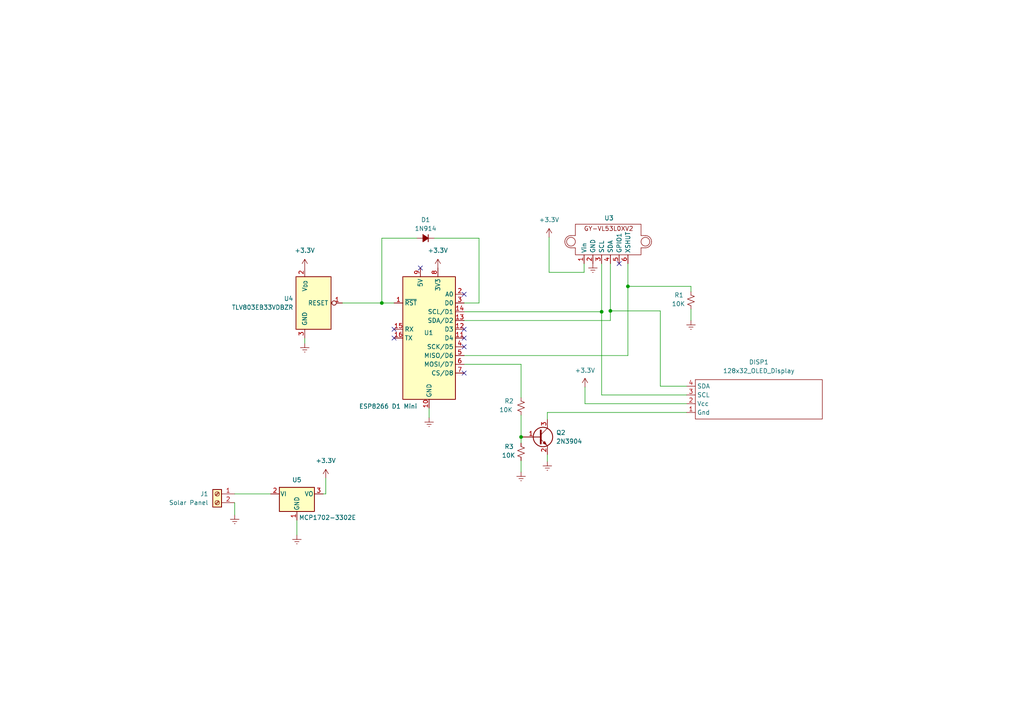
<source format=kicad_sch>
(kicad_sch (version 20231120) (generator "eeschema") (generator_version "8.0")
  (paper "A4")
  (lib_symbols
    (symbol "Connector:Screw_Terminal_01x02" (pin_names (offset 1.016) hide)
      (property "Reference" "J1" (at 2.54 0.0001 0))
      (property "Value" "Solar Panel" (at 2.54 -2.5399 0))
      (symbol "Screw_Terminal_01x02_1_1"
        (rectangle (start -1.27 1.27) (end 1.27 -3.81) (stroke (width 0.254)) (fill (type background)))
        (circle (center 0 -2.54) (radius 0.635) (stroke (width 0.1524)))
        (polyline (pts (xy -0.5334 -2.2098) (xy 0.3302 -3.048)) (stroke (width 0.1524)))
        (polyline (pts (xy -0.5334 0.3302) (xy 0.3302 -0.508)) (stroke (width 0.1524)))
        (polyline (pts (xy -0.3556 -2.032) (xy 0.508 -2.8702)) (stroke (width 0.1524)))
        (polyline (pts (xy -0.3556 0.508) (xy 0.508 -0.3302)) (stroke (width 0.1524)))
        (circle (center 0 0) (radius 0.635) (stroke (width 0.1524)))
        (pin power_out line (at -5.08 0 0) (length 3.81) (name "Pin_1") (number "1"))
        (pin passive line (at -5.08 -2.54 0) (length 3.81) (name "Pin_2") (number "2"))
      )
    )
    (symbol "Davids_Symbols:128x32_OLED_Display"
      (property "Reference" "DISP1" (at 7.62 3.81 0))
      (property "Value" "128x32_OLED_Display" (at 7.62 1.27 0))
      (symbol "128x32_OLED_Display_0_1"
        (rectangle (start 26.035 -12.7) (end -10.795 -1.27) (stroke (width 0.1524)))
      )
      (symbol "128x32_OLED_Display_1_1"
        (pin passive line (at -13.335 -10.795 0) (length 2.54) (name "Gnd") (number "1"))
        (pin power_in line (at -13.335 -8.255 0) (length 2.54) (name "Vcc") (number "2"))
        (pin input line (at -13.335 -5.715 0) (length 2.54) (name "SCL") (number "3"))
        (pin input line (at -13.335 -3.175 0) (length 2.54) (name "SDA") (number "4"))
      )
    )
    (symbol "Davids_Symbols:GY-VL53L0XV2"
      (property "Reference" "U3" (at -0.508 6.858 0))
      (symbol "GY-VL53L0XV2_0_1"
        (arc (start -11.938 0) (mid -11.4172 -1.2572) (end -10.16 -1.778))
        (circle (center -10.16 0) (radius 1.27))
        (arc (start -10.16 1.778) (mid -11.4172 1.2572) (end -11.938 0))
        (polyline (pts (xy -10.16 -1.778) (xy -8.89 -1.778)))
        (polyline (pts (xy -10.16 1.778) (xy -8.89 1.778)))
        (polyline (pts (xy 11.43 -1.778) (xy 10.16 -1.778)))
        (polyline (pts (xy 11.43 1.778) (xy 10.16 1.778)))
        (polyline (pts (xy 10.16 -1.778) (xy 10.16 -3.81) (xy -8.89 -3.81) (xy -8.89 -1.778)))
        (polyline (pts (xy 10.16 1.778) (xy 10.16 5.08) (xy -8.89 5.08) (xy -8.89 1.778)))
        (arc (start 11.43 -1.778) (mid 12.6872 -1.2572) (end 13.208 0))
        (circle (center 11.43 0) (radius 1.27))
        (arc (start 13.208 0) (mid 12.6872 1.2572) (end 11.43 1.778))
      )
      (symbol "GY-VL53L0XV2_1_1"
        (text "GY-VL53L0XV2" (at 0.762 3.81 0) (effects (font (size 1.27 1.27))))
        (pin power_in line (at -6.35 -6.35 90) (length 2.54) (name "Vin") (number "1"))
        (pin power_in line (at -3.81 -6.35 90) (length 2.54) (name "GND") (number "2"))
        (pin bidirectional line (at -1.27 -6.35 90) (length 2.54) (name "SCL") (number "3"))
        (pin bidirectional line (at 1.27 -6.35 90) (length 2.54) (name "SDA") (number "4"))
        (pin open_collector line (at 3.81 -6.35 90) (length 2.54) (name "GPIO1") (number "5"))
        (pin open_emitter line (at 6.35 -6.35 90) (length 2.54) (name "XSHUT") (number "6"))
      )
    )
    (symbol "Davids_Symbols:MMBT3904-7-F_SOT-23" (pin_names (offset 0) hide)
      (property "Reference" "Q" (at 5.08 1.905 0))
      (property "Value" "MMBT3904-7-F_SOT-23" (at 5.08 0 0))
      (symbol "MMBT3904-7-F_SOT-23_0_1"
        (polyline (pts (xy 0.635 0.635) (xy 2.54 2.54)))
        (polyline (pts (xy 0.635 -0.635) (xy 2.54 -2.54) (xy 2.54 -2.54)))
        (polyline (pts (xy 0.635 1.905) (xy 0.635 -1.905) (xy 0.635 -1.905)) (stroke (width 0.508)))
        (polyline (pts (xy 1.27 -1.778) (xy 1.778 -1.27) (xy 2.286 -2.286) (xy 1.27 -1.778) (xy 1.27 -1.778)) (fill (type outline)))
        (circle (center 1.27 0) (radius 2.8194) (stroke (width 0.254)))
      )
      (symbol "MMBT3904-7-F_SOT-23_1_1"
        (pin passive line (at -5.08 0 0) (length 5.715) (name "B") (number "1"))
        (pin passive line (at 2.54 -5.08 90) (length 2.54) (name "E") (number "2"))
        (pin passive line (at 2.54 5.08 270) (length 2.54) (name "C") (number "3"))
      )
    )
    (symbol "Davids_Symbols:TLV803EB33VDBZR" (pin_names (offset 1.016))
      (property "Reference" "U" (at 2.54 10.16 0))
      (property "Value" "TLV803EB33VDBZR" (at 10.16 12.7 0))
      (symbol "TLV803EB33VDBZR_1_1"
        (rectangle (start -5.08 7.62) (end 5.08 -7.62) (stroke (width 0.254)) (fill (type background)))
        (pin output inverted (at 8.382 0 180) (length 3.048) (name "RESET") (number "1"))
        (pin power_in line (at -2.54 10.16 270) (length 2.54) (name "V_{DD}") (number "2"))
        (pin power_in line (at -2.54 -10.16 90) (length 2.54) (name "GND") (number "3"))
      )
    )
    (symbol "Device:D_Small_Filled" (pin_numbers hide) (pin_names (offset 0.254) hide)
      (property "Reference" "D" (at -1.27 2.032 0))
      (property "Value" "D_Small_Filled" (at -3.81 -2.032 0))
      (symbol "D_Small_Filled_0_1"
        (polyline (pts (xy -0.762 -1.016) (xy -0.762 1.016)) (stroke (width 0.254)))
        (polyline (pts (xy -0.762 0) (xy 0.762 0)))
        (polyline (pts (xy 0.762 -1.016) (xy -0.762 0) (xy 0.762 1.016) (xy 0.762 -1.016)) (stroke (width 0.254)) (fill (type outline)))
      )
      (symbol "D_Small_Filled_1_1"
        (pin passive line (at -2.54 0 0) (length 1.778) (name "K") (number "1"))
        (pin passive line (at 2.54 0 180) (length 1.778) (name "A") (number "2"))
      )
    )
    (symbol "Device:R_Small_US" (pin_numbers hide) (pin_names (offset 0.254) hide)
      (property "Reference" "R" (at 0.762 0.508 0))
      (property "Value" "R_Small_US" (at 0.762 -1.016 0))
      (symbol "R_Small_US_1_1"
        (polyline (pts (xy 0 0) (xy 1.016 -0.381) (xy 0 -0.762) (xy -1.016 -1.143) (xy 0 -1.524)))
        (polyline (pts (xy 0 1.524) (xy 1.016 1.143) (xy 0 0.762) (xy -1.016 0.381) (xy 0 0)))
        (pin passive line (at 0 2.54 270) (length 1.016) (name "~") (number "1"))
        (pin passive line (at 0 -2.54 90) (length 1.016) (name "~") (number "2"))
      )
    )
    (symbol "MCU_Module:WeMos_D1_mini"
      (property "Reference" "U1" (at -1.524 1.524 0))
      (property "Value" "ESP8266 D1 Mini" (at -20.32 -19.812 0))
      (symbol "WeMos_D1_mini_1_1"
        (rectangle (start -7.62 17.78) (end 7.62 -17.78) (stroke (width 0.254)) (fill (type background)))
        (pin input line (at -10.16 10.16 0) (length 2.54) (name "~{RST}") (number "1"))
        (pin power_in line (at 0 -20.32 90) (length 2.54) (name "GND") (number "10"))
        (pin bidirectional line (at 10.16 0 180) (length 2.54) (name "D4") (number "11"))
        (pin bidirectional line (at 10.16 2.54 180) (length 2.54) (name "D3") (number "12"))
        (pin bidirectional line (at 10.16 5.08 180) (length 2.54) (name "SDA/D2") (number "13"))
        (pin bidirectional line (at 10.16 7.62 180) (length 2.54) (name "SCL/D1") (number "14"))
        (pin input line (at -10.16 2.54 0) (length 2.54) (name "RX") (number "15"))
        (pin output line (at -10.16 0 0) (length 2.54) (name "TX") (number "16"))
        (pin input line (at 10.16 12.7 180) (length 2.54) (name "A0") (number "2"))
        (pin bidirectional line (at 10.16 10.16 180) (length 2.54) (name "D0") (number "3"))
        (pin bidirectional line (at 10.16 -2.54 180) (length 2.54) (name "SCK/D5") (number "4"))
        (pin bidirectional line (at 10.16 -5.08 180) (length 2.54) (name "MISO/D6") (number "5"))
        (pin bidirectional line (at 10.16 -7.62 180) (length 2.54) (name "MOSI/D7") (number "6"))
        (pin bidirectional line (at 10.16 -10.16 180) (length 2.54) (name "CS/D8") (number "7"))
        (pin power_in line (at 2.54 20.32 270) (length 2.54) (name "3V3") (number "8"))
        (pin power_in line (at -2.54 20.32 270) (length 2.54) (name "5V") (number "9"))
      )
    )
    (symbol "Regulator_Linear:MCP1700x-330xxTO" (pin_names (offset 0.254))
      (property "Reference" "U5" (at 0 -4.064 0))
      (property "Value" "MCP1702-3302E" (at 8.89 6.858 0))
      (symbol "MCP1700x-330xxTO_0_1"
        (rectangle (start -5.08 5.08) (end 5.08 -1.905) (stroke (width 0.254)) (fill (type background)))
      )
      (symbol "MCP1700x-330xxTO_1_1"
        (pin power_out line (at 0 7.62 270) (length 2.54) (name "GND") (number "1"))
        (pin power_in line (at -7.62 0 0) (length 2.54) (name "VI") (number "2"))
        (pin power_out line (at 7.62 0 180) (length 2.54) (name "VO") (number "3"))
      )
    )
    (symbol "power:+3.3V" (power) (pin_names (offset 0))
      (property "Value" "+3.3V" (at 0 3.556 0))
      (symbol "+3.3V_0_1"
        (polyline (pts (xy -0.762 1.27) (xy 0 2.54)))
        (polyline (pts (xy 0 0) (xy 0 2.54)))
        (polyline (pts (xy 0 2.54) (xy 0.762 1.27)))
      )
      (symbol "+3.3V_1_1"
        (pin power_in line (at 0 0 90) (length 0) hide (name "+3.3V") (number "1"))
      )
    )
    (symbol "power:Earth" (power) (pin_names (offset 0))
      (symbol "Earth_0_1"
        (polyline (pts (xy -0.635 -1.905) (xy 0.635 -1.905)))
        (polyline (pts (xy -0.127 -2.54) (xy 0.127 -2.54)))
        (polyline (pts (xy 0 -1.27) (xy 0 0)))
        (polyline (pts (xy 1.27 -1.27) (xy -1.27 -1.27)))
      )
      (symbol "Earth_1_1"
        (pin power_in line (at 0 0 270) (length 0) hide (name "Earth") (number "1"))
      )
    )
  )
  (junction (at 151.13 126.746))
  (junction (at 182.118 83.058))
  (junction (at 174.498 90.424))
  (junction (at 177.038 90.17))
  (junction (at 110.744 87.884))
  (no_connect (at 114.3 95.504))
  (no_connect (at 134.62 95.504))
  (no_connect (at 121.92 77.724))
  (no_connect (at 134.62 100.584))
  (no_connect (at 134.62 98.044))
  (no_connect (at 114.3 98.044))
  (no_connect (at 134.62 85.344))
  (no_connect (at 179.578 76.454))
  (no_connect (at 134.62 108.204))
  (wire (pts (xy 177.038 90.17) (xy 191.516 90.17)))
  (wire (pts (xy 169.418 78.994) (xy 159.258 78.994)))
  (wire (pts (xy 110.744 87.884) (xy 114.3 87.884)))
  (wire (pts (xy 99.314 87.884) (xy 110.744 87.884)))
  (wire (pts (xy 86.106 150.876) (xy 86.106 155.194)))
  (wire (pts (xy 88.392 98.044) (xy 88.392 99.568)))
  (wire (pts (xy 151.13 126.746) (xy 151.13 128.524)))
  (wire (pts (xy 191.516 90.17) (xy 191.516 112.014)))
  (wire (pts (xy 200.406 83.058) (xy 182.118 83.058)))
  (wire (pts (xy 182.118 76.454) (xy 182.118 83.058)))
  (wire (pts (xy 158.75 131.826) (xy 158.75 133.858)))
  (wire (pts (xy 174.498 90.424) (xy 174.498 114.554)))
  (wire (pts (xy 174.498 76.454) (xy 174.498 90.424)))
  (wire (pts (xy 169.418 76.454) (xy 169.418 78.994)))
  (wire (pts (xy 200.406 89.662) (xy 200.406 92.964)))
  (wire (pts (xy 191.516 112.014) (xy 199.136 112.014)))
  (wire (pts (xy 110.744 69.088) (xy 110.744 87.884)))
  (wire (pts (xy 151.13 115.316) (xy 151.13 105.664)))
  (wire (pts (xy 169.672 117.094) (xy 169.672 112.268)))
  (wire (pts (xy 182.118 83.058) (xy 182.118 103.124)))
  (wire (pts (xy 134.62 90.424) (xy 174.498 90.424)))
  (wire (pts (xy 94.488 143.256) (xy 94.488 138.684)))
  (wire (pts (xy 138.938 87.884) (xy 138.938 69.088)))
  (wire (pts (xy 177.038 92.964) (xy 177.038 90.17)))
  (wire (pts (xy 158.75 119.634) (xy 158.75 121.666)))
  (wire (pts (xy 134.62 87.884) (xy 138.938 87.884)))
  (wire (pts (xy 138.938 69.088) (xy 125.984 69.088)))
  (wire (pts (xy 68.072 145.796) (xy 68.072 149.352)))
  (wire (pts (xy 134.62 92.964) (xy 177.038 92.964)))
  (wire (pts (xy 134.62 103.124) (xy 182.118 103.124)))
  (wire (pts (xy 151.13 126.746) (xy 151.13 120.396)))
  (wire (pts (xy 199.136 119.634) (xy 158.75 119.634)))
  (wire (pts (xy 159.258 78.994) (xy 159.258 68.834)))
  (wire (pts (xy 124.46 118.364) (xy 124.46 121.158)))
  (wire (pts (xy 68.072 143.256) (xy 78.486 143.256)))
  (wire (pts (xy 93.726 143.256) (xy 94.488 143.256)))
  (wire (pts (xy 169.672 117.094) (xy 199.136 117.094)))
  (wire (pts (xy 177.038 76.454) (xy 177.038 90.17)))
  (wire (pts (xy 151.13 133.604) (xy 151.13 136.906)))
  (wire (pts (xy 151.13 105.664) (xy 134.62 105.664)))
  (wire (pts (xy 120.904 69.088) (xy 110.744 69.088)))
  (wire (pts (xy 200.406 84.582) (xy 200.406 83.058)))
  (wire (pts (xy 174.498 114.554) (xy 199.136 114.554)))
  (symbol (lib_id "power:Earth") (at 151.13 136.906 0) (unit 1)
    (property "Reference" "#PWR08" (effects (hide yes)))
    (property "Value" "Earth" (effects (hide yes)))
    (property "Description" "Power symbol creates a global label with name \"Earth\"" (effects (hide yes)))
  )
  (symbol (lib_id "power:+3.3V") (at 127 77.724 0) (unit 1)
    (property "Reference" "#PWR05" (effects (hide yes)))
    (property "Value" "+3.3V" (at 127 72.644 0))
    (property "Description" "Power symbol creates a global label with name \"+3.3V\"" (effects (hide yes)))
  )
  (symbol (lib_id "Davids_Symbols:128x32_OLED_Display") (at 212.471 108.839 0) (unit 1)
    (property "Reference" "DISP1" (at 220.091 105.029 0))
    (property "Value" "128x32_OLED_Display" (at 220.091 107.569 0))
    (property "Footprint" "Display:OLED_0.91_128x32" (effects (hide yes)))
  )
  (symbol (lib_id "Device:D_Small_Filled") (at 123.444 69.088 180) (unit 1)
    (property "Reference" "D1" (at 123.444 63.754 0))
    (property "Value" "1N914" (at 123.444 66.294 0))
    (property "Footprint" "Resistor_SMD:R_0805_2012Metric" (effects (hide yes)))
    (property "Description" "Diode, small symbol, filled shape" (effects (hide yes)))
    (property "Sim.Device" "D" (effects (hide yes)))
    (property "Sim.Pins" "1=K 2=A" (effects (hide yes)))
  )
  (symbol (lib_id "Davids_Symbols:GY-VL53L0XV2") (at 175.768 70.104 0) (unit 1)
    (property "Reference" "U3" (at 175.26 63.246 0) (effects (justify left)))
    (property "Footprint" "Sensor_Distance:GY-VL53LOX-V2" (effects (hide yes)))
  )
  (symbol (lib_id "Regulator_Linear:MCP1700x-330xxTO") (at 86.106 143.256 0) (mirror x) (unit 1)
    (property "Reference" "U5" (at 86.106 139.192 0))
    (property "Value" "MCP1702-3302E" (at 94.996 150.114 0))
    (property "Footprint" "Package_TO_SOT_THT:TO-92_Inline" (effects (hide yes)))
    (property "Datasheet" "http://ww1.microchip.com/downloads/en/DeviceDoc/20001826D.pdf" (effects (hide yes)))
    (property "Description" "250mA Low Quiscent Current LDO, 3.3V output, TO-92" (effects (hide yes)))
  )
  (symbol (lib_id "Davids_Symbols:MMBT3904-7-F_SOT-23") (at 156.21 126.746 0) (unit 1)
    (property "Reference" "Q2" (at 161.29 125.4759 0) (effects (justify left)))
    (property "Value" "2N3904" (at 161.29 128.0159 0) (effects (justify left)))
    (property "Footprint" "Davids_Footprints:MMBT3904-7-F_SOT-23-3" (effects (hide yes)))
    (property "Datasheet" "https://www.onsemi.com/pub/Collateral/2N3903-D.PDF" (effects (hide yes)))
    (property "Description" "0.2A Ic, 40V Vce, Small Signal NPN Transistor, TO-92" (effects (hide yes)))
  )
  (symbol (lib_id "power:Earth") (at 171.958 76.454 0) (unit 1)
    (property "Reference" "#PWR01" (effects (hide yes)))
    (property "Value" "Earth" (effects (hide yes)))
    (property "Description" "Power symbol creates a global label with name \"Earth\"" (effects (hide yes)))
  )
  (symbol (lib_id "Device:R_Small_US") (at 151.13 117.856 180) (unit 1)
    (property "Reference" "R2" (at 146.304 116.332 0) (effects (justify right)))
    (property "Value" "10K" (at 144.78 118.872 0) (effects (justify right)))
    (property "Footprint" "Resistor_SMD:R_0805_2012Metric" (effects (hide yes)))
    (property "Description" "Resistor, small US symbol" (effects (hide yes)))
  )
  (symbol (lib_id "Davids_Symbols:TLV803EB33VDBZR") (at 90.932 87.884 0) (unit 1)
    (property "Reference" "U4" (at 85.09 86.6139 0) (effects (justify right)))
    (property "Value" "TLV803EB33VDBZR" (at 85.09 89.1539 0) (effects (justify right)))
    (property "Footprint" "Package_TO_SOT_SMD:SOT-23" (effects (hide yes)))
    (property "Datasheet" "https://www.ti.com/lit/ds/symlink/tlv803e.pdf" (effects (hide yes)))
    (property "Description" "push-pull, active-high, 200mS reset delay, 2.93V threshold voltage, SOT-23" (effects (hide yes)))
  )
  (symbol (lib_id "power:+3.3V") (at 159.258 68.834 0) (unit 1)
    (property "Reference" "#PWR04" (effects (hide yes)))
    (property "Value" "+3.3V" (at 159.258 63.754 0))
    (property "Description" "Power symbol creates a global label with name \"+3.3V\"" (effects (hide yes)))
  )
  (symbol (lib_id "Connector:Screw_Terminal_01x02") (at 62.992 143.256 0) (mirror y) (unit 1)
    (property "Reference" "J1" (at 60.452 143.2559 0) (effects (justify left)))
    (property "Value" "Solar Panel" (at 60.452 145.7959 0) (effects (justify left)))
    (property "Footprint" "Davids_Footprints:KF350 2 Pin Terminal Block" (effects (hide yes)))
    (property "Description" "Generic screw terminal, single row, 01x02, script generated (kicad-library-utils/schlib/autogen/connector/)" (effects (hide yes)))
  )
  (symbol (lib_id "power:Earth") (at 200.406 92.964 0) (unit 1)
    (property "Reference" "#PWR07" (effects (hide yes)))
    (property "Value" "Earth" (effects (hide yes)))
    (property "Description" "Power symbol creates a global label with name \"Earth\"" (effects (hide yes)))
  )
  (symbol (lib_id "power:Earth") (at 88.392 99.568 0) (unit 1)
    (property "Reference" "#PWR010" (effects (hide yes)))
    (property "Value" "Earth" (effects (hide yes)))
    (property "Description" "Power symbol creates a global label with name \"Earth\"" (effects (hide yes)))
  )
  (symbol (lib_id "power:+3.3V") (at 88.392 77.724 0) (unit 1)
    (property "Reference" "#PWR09" (effects (hide yes)))
    (property "Value" "+3.3V" (at 88.392 72.644 0))
    (property "Description" "Power symbol creates a global label with name \"+3.3V\"" (effects (hide yes)))
  )
  (symbol (lib_id "power:Earth") (at 158.75 133.858 0) (unit 1)
    (property "Reference" "#PWR02" (effects (hide yes)))
    (property "Value" "Earth" (effects (hide yes)))
    (property "Description" "Power symbol creates a global label with name \"Earth\"" (effects (hide yes)))
  )
  (symbol (lib_id "power:Earth") (at 86.106 155.194 0) (unit 1)
    (property "Reference" "#PWR012" (effects (hide yes)))
    (property "Value" "Earth" (effects (hide yes)))
    (property "Description" "Power symbol creates a global label with name \"Earth\"" (effects (hide yes)))
  )
  (symbol (lib_id "Device:R_Small_US") (at 151.13 131.064 180) (unit 1)
    (property "Reference" "R3" (at 146.304 129.54 0) (effects (justify right)))
    (property "Value" "10K" (at 145.542 132.08 0) (effects (justify right)))
    (property "Footprint" "Resistor_SMD:R_0805_2012Metric" (effects (hide yes)))
    (property "Description" "To keep transistor OFF while processor sleeps" (effects (hide yes)))
  )
  (symbol (lib_id "MCU_Module:WeMos_D1_mini") (at 124.46 98.044 0) (unit 1)
    (property "Reference" "U1" (at 122.936 96.52 0) (effects (justify left)))
    (property "Value" "ESP8266 D1 Mini" (at 104.14 117.856 0) (effects (justify left)))
    (property "Footprint" "Module:WEMOS_D1_mini_light" (effects (hide yes)))
    (property "Datasheet" "https://wiki.wemos.cc/products:d1:d1_mini#documentation" (effects (hide yes)))
    (property "Description" "32-bit microcontroller module with WiFi" (effects (hide yes)))
  )
  (symbol (lib_id "power:Earth") (at 68.072 149.352 0) (unit 1)
    (property "Reference" "#PWR013" (effects (hide yes)))
    (property "Value" "Earth" (effects (hide yes)))
    (property "Description" "Power symbol creates a global label with name \"Earth\"" (effects (hide yes)))
  )
  (symbol (lib_id "power:+3.3V") (at 169.672 112.268 0) (unit 1)
    (property "Reference" "#PWR06" (effects (hide yes)))
    (property "Value" "+3.3V" (at 169.672 107.442 0))
    (property "Description" "Power symbol creates a global label with name \"+3.3V\"" (effects (hide yes)))
  )
  (symbol (lib_id "power:Earth") (at 124.46 121.158 0) (unit 1)
    (property "Reference" "#PWR03" (effects (hide yes)))
    (property "Value" "Earth" (effects (hide yes)))
    (property "Description" "Power symbol creates a global label with name \"Earth\"" (effects (hide yes)))
  )
  (symbol (lib_id "power:+3.3V") (at 94.488 138.684 0) (unit 1)
    (property "Reference" "#PWR011" (effects (hide yes)))
    (property "Value" "+3.3V" (at 94.488 133.604 0))
    (property "Description" "Power symbol creates a global label with name \"+3.3V\"" (effects (hide yes)))
  )
  (symbol (lib_id "Device:R_Small_US") (at 200.406 87.122 180) (unit 1)
    (property "Reference" "R1" (at 195.58 85.598 0) (effects (justify right)))
    (property "Value" "10K" (at 194.818 88.138 0) (effects (justify right)))
    (property "Footprint" "Resistor_SMD:R_0805_2012Metric" (effects (hide yes)))
    (property "Description" "To keep sensor OFF while processor sleeps" (effects (hide yes)))
  )
)
</source>
